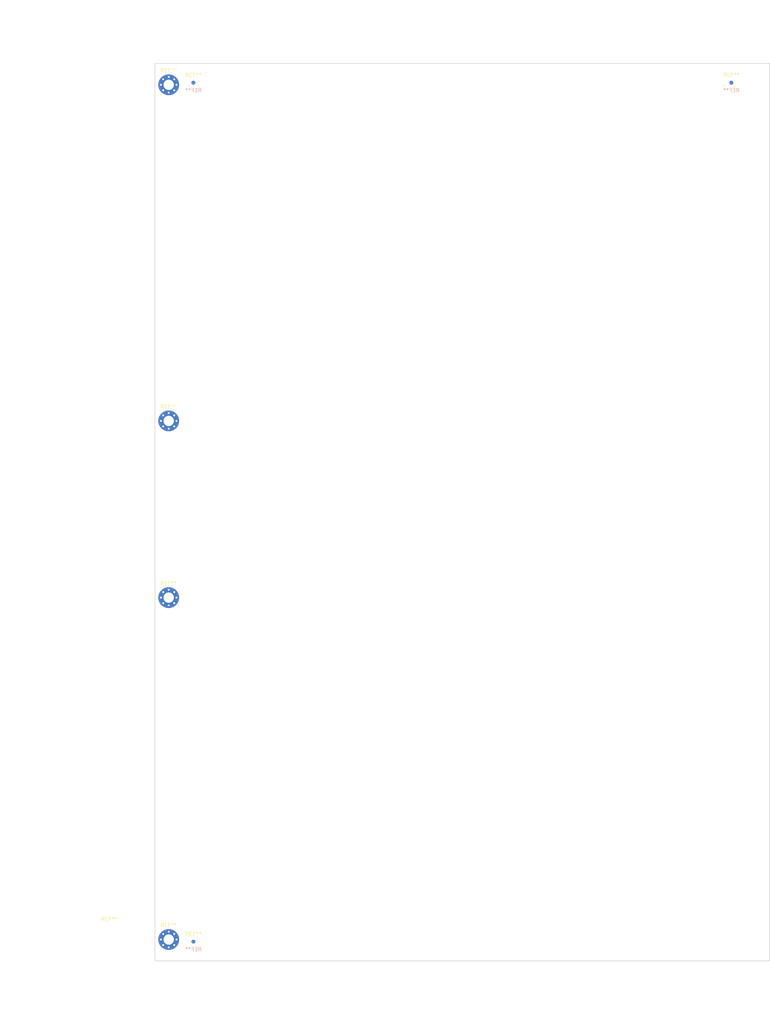
<source format=kicad_pcb>
(kicad_pcb (version 20171130) (host pcbnew "(5.1.6)-1")
  (layers (0 F.Cu signal) (31 B.Cu signal) (34 B.Paste user) (35 F.Paste user) (36 B.SilkS user) (37 F.SilkS user) (38 B.Mask user) (39 F.Mask user) (44 Edge.Cuts user))
  (net 0 "")
  (module HEN_FFM:Front_Plate_6U_7TE_Snap_Short (layer F.Cu) (at 3.57 111.13)
    (fp_text reference REF** (at -15.45 -5.3) (layer F.SilkS))
    (fp_text value Front_Plate_6U_7TE_Snap_Short)
  )
  (module Fiducial:Fiducial_1mm_Mask2mm (layer B.Cu) (at 150 -111.675)
    (fp_text reference REF** (at 0 2) (layer B.SilkS) (effects (justify mirror)))
    (fp_text value Fiducial_1mm_Mask2mm)
    (pad "" smd circle (at 0 0) (size 1 1) (layers B.Cu B.Mask) (clearance 0.5))
  )
  (module Fiducial:Fiducial_1mm_Mask2mm (layer B.Cu) (at 10 111.675)
    (fp_text reference REF** (at 0 2) (layer B.SilkS) (effects (justify mirror)))
    (fp_text value Fiducial_1mm_Mask2mm)
    (pad "" smd circle (at 0 0) (size 1 1) (layers B.Cu B.Mask) (clearance 0.5))
  )
  (module Fiducial:Fiducial_1mm_Mask2mm (layer B.Cu) (at 10 -111.675)
    (fp_text reference REF** (at 0 2) (layer B.SilkS) (effects (justify mirror)))
    (fp_text value Fiducial_1mm_Mask2mm)
    (pad "" smd circle (at 0 0) (size 1 1) (layers B.Cu B.Mask) (clearance 0.5))
  )
  (module Fiducial:Fiducial_1mm_Mask2mm (layer F.Cu) (at 150 -111.675)
    (fp_text reference REF** (at 0 -2) (layer F.SilkS))
    (fp_text value Fiducial_1mm_Mask2mm)
    (pad "" smd circle (at 0 0) (size 1 1) (layers F.Cu F.Mask) (clearance 0.5))
  )
  (module Fiducial:Fiducial_1mm_Mask2mm (layer F.Cu) (at 10 111.675)
    (fp_text reference REF** (at 0 -2) (layer F.SilkS))
    (fp_text value Fiducial_1mm_Mask2mm)
    (pad "" smd circle (at 0 0) (size 1 1) (layers F.Cu F.Mask) (clearance 0.5))
  )
  (module Fiducial:Fiducial_1mm_Mask2mm (layer F.Cu) (at 10 -111.675)
    (fp_text reference REF** (at 0 -2) (layer F.SilkS))
    (fp_text value Fiducial_1mm_Mask2mm)
    (pad "" smd circle (at 0 0) (size 1 1) (layers F.Cu F.Mask) (clearance 0.5))
  )
  (module MountingHole:MountingHole_2.7mm_M2.5_Pad_Via (layer F.Cu) (at 3.57 111.125)
    (fp_text reference REF** (at 0 -3.7) (layer F.SilkS))
    (fp_text value MountingHole_2.7mm_M2.5_Pad_Via)
    (pad 1 thru_hole circle (at 1.431891 -1.431891) (size 0.8 0.8) (drill 0.5) (layers *.Cu *.Mask))
    (pad 1 thru_hole circle (at 0 -2.025) (size 0.8 0.8) (drill 0.5) (layers *.Cu *.Mask))
    (pad 1 thru_hole circle (at -1.431891 -1.431891) (size 0.8 0.8) (drill 0.5) (layers *.Cu *.Mask))
    (pad 1 thru_hole circle (at -2.025 0) (size 0.8 0.8) (drill 0.5) (layers *.Cu *.Mask))
    (pad 1 thru_hole circle (at -1.431891 1.431891) (size 0.8 0.8) (drill 0.5) (layers *.Cu *.Mask))
    (pad 1 thru_hole circle (at 0 2.025) (size 0.8 0.8) (drill 0.5) (layers *.Cu *.Mask))
    (pad 1 thru_hole circle (at 1.431891 1.431891) (size 0.8 0.8) (drill 0.5) (layers *.Cu *.Mask))
    (pad 1 thru_hole circle (at 2.025 0) (size 0.8 0.8) (drill 0.5) (layers *.Cu *.Mask))
    (pad 1 thru_hole circle (at 0 0) (size 5.4 5.4) (drill 2.7) (layers *.Cu *.Mask))
  )
  (module MountingHole:MountingHole_2.7mm_M2.5_Pad_Via (layer F.Cu) (at 3.57 22.225)
    (fp_text reference REF** (at 0 -3.7) (layer F.SilkS))
    (fp_text value MountingHole_2.7mm_M2.5_Pad_Via)
    (pad 1 thru_hole circle (at 1.431891 -1.431891) (size 0.8 0.8) (drill 0.5) (layers *.Cu *.Mask))
    (pad 1 thru_hole circle (at 0 -2.025) (size 0.8 0.8) (drill 0.5) (layers *.Cu *.Mask))
    (pad 1 thru_hole circle (at -1.431891 -1.431891) (size 0.8 0.8) (drill 0.5) (layers *.Cu *.Mask))
    (pad 1 thru_hole circle (at -2.025 0) (size 0.8 0.8) (drill 0.5) (layers *.Cu *.Mask))
    (pad 1 thru_hole circle (at -1.431891 1.431891) (size 0.8 0.8) (drill 0.5) (layers *.Cu *.Mask))
    (pad 1 thru_hole circle (at 0 2.025) (size 0.8 0.8) (drill 0.5) (layers *.Cu *.Mask))
    (pad 1 thru_hole circle (at 1.431891 1.431891) (size 0.8 0.8) (drill 0.5) (layers *.Cu *.Mask))
    (pad 1 thru_hole circle (at 2.025 0) (size 0.8 0.8) (drill 0.5) (layers *.Cu *.Mask))
    (pad 1 thru_hole circle (at 0 0) (size 5.4 5.4) (drill 2.7) (layers *.Cu *.Mask))
  )
  (module MountingHole:MountingHole_2.7mm_M2.5_Pad_Via (layer F.Cu) (at 3.57 -23.725)
    (fp_text reference REF** (at 0 -3.7) (layer F.SilkS))
    (fp_text value MountingHole_2.7mm_M2.5_Pad_Via)
    (pad 1 thru_hole circle (at 1.431891 -1.431891) (size 0.8 0.8) (drill 0.5) (layers *.Cu *.Mask))
    (pad 1 thru_hole circle (at 0 -2.025) (size 0.8 0.8) (drill 0.5) (layers *.Cu *.Mask))
    (pad 1 thru_hole circle (at -1.431891 -1.431891) (size 0.8 0.8) (drill 0.5) (layers *.Cu *.Mask))
    (pad 1 thru_hole circle (at -2.025 0) (size 0.8 0.8) (drill 0.5) (layers *.Cu *.Mask))
    (pad 1 thru_hole circle (at -1.431891 1.431891) (size 0.8 0.8) (drill 0.5) (layers *.Cu *.Mask))
    (pad 1 thru_hole circle (at 0 2.025) (size 0.8 0.8) (drill 0.5) (layers *.Cu *.Mask))
    (pad 1 thru_hole circle (at 1.431891 1.431891) (size 0.8 0.8) (drill 0.5) (layers *.Cu *.Mask))
    (pad 1 thru_hole circle (at 2.025 0) (size 0.8 0.8) (drill 0.5) (layers *.Cu *.Mask))
    (pad 1 thru_hole circle (at 0 0) (size 5.4 5.4) (drill 2.7) (layers *.Cu *.Mask))
  )
  (module MountingHole:MountingHole_2.7mm_M2.5_Pad_Via (layer F.Cu) (at 3.57 -111.125)
    (fp_text reference REF** (at 0 -3.7) (layer F.SilkS))
    (fp_text value MountingHole_2.7mm_M2.5_Pad_Via)
    (pad 1 thru_hole circle (at 1.431891 -1.431891) (size 0.8 0.8) (drill 0.5) (layers *.Cu *.Mask))
    (pad 1 thru_hole circle (at 0 -2.025) (size 0.8 0.8) (drill 0.5) (layers *.Cu *.Mask))
    (pad 1 thru_hole circle (at -1.431891 -1.431891) (size 0.8 0.8) (drill 0.5) (layers *.Cu *.Mask))
    (pad 1 thru_hole circle (at -2.025 0) (size 0.8 0.8) (drill 0.5) (layers *.Cu *.Mask))
    (pad 1 thru_hole circle (at -1.431891 1.431891) (size 0.8 0.8) (drill 0.5) (layers *.Cu *.Mask))
    (pad 1 thru_hole circle (at 0 2.025) (size 0.8 0.8) (drill 0.5) (layers *.Cu *.Mask))
    (pad 1 thru_hole circle (at 1.431891 1.431891) (size 0.8 0.8) (drill 0.5) (layers *.Cu *.Mask))
    (pad 1 thru_hole circle (at 2.025 0) (size 0.8 0.8) (drill 0.5) (layers *.Cu *.Mask))
    (pad 1 thru_hole circle (at 0 0) (size 5.4 5.4) (drill 2.7) (layers *.Cu *.Mask))
  )
  (gr_line (start 0 116.675) (end 160 116.675) (layer Edge.Cuts) (width 0.15))
  (gr_line (start 160 -116.675) (end 160 116.675) (layer Edge.Cuts) (width 0.15))
  (gr_line (start 0 -116.675) (end 160 -116.675) (layer Edge.Cuts) (width 0.15))
  (gr_line (start 0 -116.675) (end 0 116.675) (layer Edge.Cuts) (width 0.15))
)
</source>
